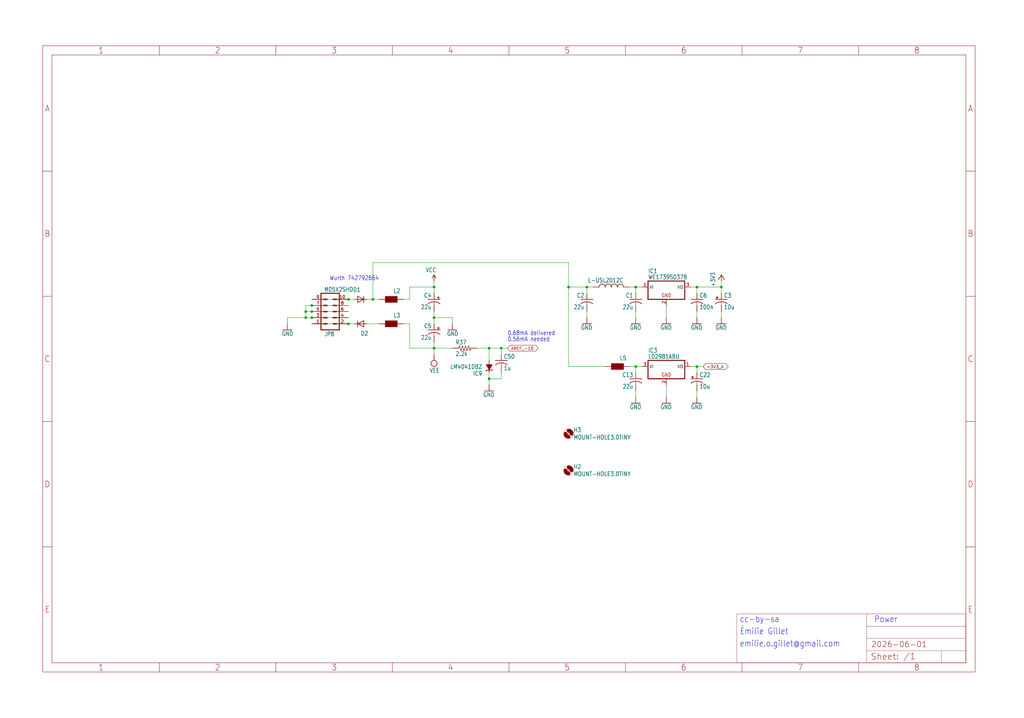
<source format=kicad_sch>
(kicad_sch (version 20230121) (generator eeschema)
  (paper "User" 425.45 298.45)
  (lib_symbols
    (symbol "plaits_v50-eagle-import:+3V3" (power)
      (property "Value" "+3V3" (at -2.54 -5.08 90))
      (symbol "+3V3_1_0"
        (polyline (pts (xy 0 0) (xy -1.27 -1.905)) (stroke (width 0.254)))
        (polyline (pts (xy 1.27 -1.905) (xy 0 0)) (stroke (width 0.254)))
        (pin power_in line (at 0 -2.54 90) (length 2.54) (name "+3V3") (number "1"))
      )
    )
    (symbol "plaits_v50-eagle-import:A3L-LOC"
      (symbol "A3L-LOC_1_0"
        (polyline (pts (xy 0 52.07) (xy 3.81 52.07)))
        (polyline (pts (xy 0 104.14) (xy 3.81 104.14)))
        (polyline (pts (xy 0 156.21) (xy 3.81 156.21)))
        (polyline (pts (xy 0 208.28) (xy 3.81 208.28)))
        (polyline (pts (xy 3.81 3.81) (xy 3.81 256.54)))
        (polyline (pts (xy 48.4188 0) (xy 48.4188 3.81)))
        (polyline (pts (xy 48.4188 256.54) (xy 48.4188 260.35)))
        (polyline (pts (xy 96.8375 0) (xy 96.8375 3.81)))
        (polyline (pts (xy 96.8375 256.54) (xy 96.8375 260.35)))
        (polyline (pts (xy 145.2563 0) (xy 145.2563 3.81)))
        (polyline (pts (xy 145.2563 256.54) (xy 145.2563 260.35)))
        (polyline (pts (xy 193.675 0) (xy 193.675 3.81)))
        (polyline (pts (xy 193.675 256.54) (xy 193.675 260.35)))
        (polyline (pts (xy 242.0938 0) (xy 242.0938 3.81)))
        (polyline (pts (xy 242.0938 256.54) (xy 242.0938 260.35)))
        (polyline (pts (xy 288.29 3.81) (xy 288.29 24.13)) (stroke (width 0.1016)))
        (polyline (pts (xy 288.29 3.81) (xy 342.265 3.81)) (stroke (width 0.1016)))
        (polyline (pts (xy 288.29 24.13) (xy 342.265 24.13)) (stroke (width 0.1016)))
        (polyline (pts (xy 290.5125 0) (xy 290.5125 3.81)))
        (polyline (pts (xy 290.5125 256.54) (xy 290.5125 260.35)))
        (polyline (pts (xy 338.9313 0) (xy 338.9313 3.81)))
        (polyline (pts (xy 338.9313 256.54) (xy 338.9313 260.35)))
        (polyline (pts (xy 342.265 3.81) (xy 373.38 3.81)) (stroke (width 0.1016)))
        (polyline (pts (xy 342.265 8.89) (xy 342.265 3.81)) (stroke (width 0.1016)))
        (polyline (pts (xy 342.265 8.89) (xy 342.265 13.97)) (stroke (width 0.1016)))
        (polyline (pts (xy 342.265 13.97) (xy 342.265 19.05)) (stroke (width 0.1016)))
        (polyline (pts (xy 342.265 13.97) (xy 383.54 13.97)) (stroke (width 0.1016)))
        (polyline (pts (xy 342.265 19.05) (xy 342.265 24.13)) (stroke (width 0.1016)))
        (polyline (pts (xy 342.265 19.05) (xy 383.54 19.05)) (stroke (width 0.1016)))
        (polyline (pts (xy 342.265 24.13) (xy 383.54 24.13)) (stroke (width 0.1016)))
        (polyline (pts (xy 373.38 3.81) (xy 373.38 8.89)) (stroke (width 0.1016)))
        (polyline (pts (xy 373.38 3.81) (xy 383.54 3.81)) (stroke (width 0.1016)))
        (polyline (pts (xy 373.38 8.89) (xy 342.265 8.89)) (stroke (width 0.1016)))
        (polyline (pts (xy 373.38 8.89) (xy 383.54 8.89)) (stroke (width 0.1016)))
        (polyline (pts (xy 383.54 3.81) (xy 3.81 3.81)))
        (polyline (pts (xy 383.54 3.81) (xy 383.54 8.89)) (stroke (width 0.1016)))
        (polyline (pts (xy 383.54 3.81) (xy 383.54 256.54)))
        (polyline (pts (xy 383.54 8.89) (xy 383.54 13.97)) (stroke (width 0.1016)))
        (polyline (pts (xy 383.54 13.97) (xy 383.54 19.05)) (stroke (width 0.1016)))
        (polyline (pts (xy 383.54 19.05) (xy 383.54 24.13)) (stroke (width 0.1016)))
        (polyline (pts (xy 383.54 52.07) (xy 387.35 52.07)))
        (polyline (pts (xy 383.54 104.14) (xy 387.35 104.14)))
        (polyline (pts (xy 383.54 156.21) (xy 387.35 156.21)))
        (polyline (pts (xy 383.54 208.28) (xy 387.35 208.28)))
        (polyline (pts (xy 383.54 256.54) (xy 3.81 256.54)))
        (polyline (pts (xy 0 0) (xy 387.35 0) (xy 387.35 260.35) (xy 0 260.35) (xy 0 0)))
        (text "${#}/${##}" (at 357.505 5.08 0) (effects (font (size 2.54 2.54)) (justify left bottom)))
        (text "${CURRENT_DATE}" (at 344.17 10.16 0) (effects (font (size 2.286 2.286)) (justify left bottom)))
        (text "${PROJECTNAME}" (at 344.17 15.24 0) (effects (font (size 2.54 2.54)) (justify left bottom)))
        (text "1" (at 24.2094 1.905 0) (effects (font (size 2.54 2.286))))
        (text "1" (at 24.2094 258.445 0) (effects (font (size 2.54 2.286))))
        (text "2" (at 72.6281 1.905 0) (effects (font (size 2.54 2.286))))
        (text "2" (at 72.6281 258.445 0) (effects (font (size 2.54 2.286))))
        (text "3" (at 121.0469 1.905 0) (effects (font (size 2.54 2.286))))
        (text "3" (at 121.0469 258.445 0) (effects (font (size 2.54 2.286))))
        (text "4" (at 169.4656 1.905 0) (effects (font (size 2.54 2.286))))
        (text "4" (at 169.4656 258.445 0) (effects (font (size 2.54 2.286))))
        (text "5" (at 217.8844 1.905 0) (effects (font (size 2.54 2.286))))
        (text "5" (at 217.8844 258.445 0) (effects (font (size 2.54 2.286))))
        (text "6" (at 266.3031 1.905 0) (effects (font (size 2.54 2.286))))
        (text "6" (at 266.3031 258.445 0) (effects (font (size 2.54 2.286))))
        (text "7" (at 314.7219 1.905 0) (effects (font (size 2.54 2.286))))
        (text "7" (at 314.7219 258.445 0) (effects (font (size 2.54 2.286))))
        (text "8" (at 363.1406 1.905 0) (effects (font (size 2.54 2.286))))
        (text "8" (at 363.1406 258.445 0) (effects (font (size 2.54 2.286))))
        (text "A" (at 1.905 234.315 0) (effects (font (size 2.54 2.286))))
        (text "A" (at 385.445 234.315 0) (effects (font (size 2.54 2.286))))
        (text "B" (at 1.905 182.245 0) (effects (font (size 2.54 2.286))))
        (text "B" (at 385.445 182.245 0) (effects (font (size 2.54 2.286))))
        (text "C" (at 1.905 130.175 0) (effects (font (size 2.54 2.286))))
        (text "C" (at 385.445 130.175 0) (effects (font (size 2.54 2.286))))
        (text "D" (at 1.905 78.105 0) (effects (font (size 2.54 2.286))))
        (text "D" (at 385.445 78.105 0) (effects (font (size 2.54 2.286))))
        (text "E" (at 1.905 26.035 0) (effects (font (size 2.54 2.286))))
        (text "E" (at 385.445 26.035 0) (effects (font (size 2.54 2.286))))
        (text "Sheet:" (at 343.916 4.953 0) (effects (font (size 2.54 2.54)) (justify left bottom)))
      )
    )
    (symbol "plaits_v50-eagle-import:C-USC0402"
      (property "Reference" "C" (at 1.016 0.635 0))
      (symbol "C-USC0402_1_0"
        (arc (start 0 -1.0161) (mid -1.302 -1.2303) (end -2.4668 -1.8504) (stroke (width 0.254)))
        (polyline (pts (xy -2.54 0) (xy 2.54 0)) (stroke (width 0.254)))
        (polyline (pts (xy 0 -1.016) (xy 0 -2.54)) (stroke (width 0.1524)))
        (arc (start 2.4892 -1.8541) (mid 1.3158 -1.2194) (end 0 -1) (stroke (width 0.254)))
        (pin passive line (at 0 2.54 270) (length 2.54) (name "1") (number "1"))
        (pin passive line (at 0 -5.08 90) (length 2.54) (name "2") (number "2"))
      )
    )
    (symbol "plaits_v50-eagle-import:C-USC1206"
      (property "Reference" "C" (at 1.016 0.635 0))
      (symbol "C-USC1206_1_0"
        (arc (start 0 -1.0161) (mid -1.302 -1.2303) (end -2.4668 -1.8504) (stroke (width 0.254)))
        (polyline (pts (xy -2.54 0) (xy 2.54 0)) (stroke (width 0.254)))
        (polyline (pts (xy 0 -1.016) (xy 0 -2.54)) (stroke (width 0.1524)))
        (arc (start 2.4892 -1.8541) (mid 1.3158 -1.2194) (end 0 -1) (stroke (width 0.254)))
        (pin passive line (at 0 2.54 270) (length 2.54) (name "1") (number "1"))
        (pin passive line (at 0 -5.08 90) (length 2.54) (name "2") (number "2"))
      )
    )
    (symbol "plaits_v50-eagle-import:CPOL-USA"
      (property "Reference" "C" (at 1.016 0.635 0))
      (symbol "CPOL-USA_1_0"
        (rectangle (start -2.253 0.668) (end -1.364 0.795) (fill (type outline)))
        (rectangle (start -1.872 0.287) (end -1.745 1.176) (fill (type outline)))
        (arc (start 0 -1.0161) (mid -1.3021 -1.2303) (end -2.4669 -1.8504) (stroke (width 0.254)))
        (polyline (pts (xy -2.54 0) (xy 2.54 0)) (stroke (width 0.254)))
        (polyline (pts (xy 0 -1.016) (xy 0 -2.54)) (stroke (width 0.1524)))
        (arc (start 2.4892 -1.8541) (mid 1.3158 -1.2194) (end 0 -1) (stroke (width 0.254)))
        (pin passive line (at 0 2.54 270) (length 2.54) (name "+") (number "+"))
        (pin passive line (at 0 -5.08 90) (length 2.54) (name "-") (number "-"))
      )
    )
    (symbol "plaits_v50-eagle-import:CPOL-USB"
      (property "Reference" "C" (at 1.016 0.635 0))
      (symbol "CPOL-USB_1_0"
        (rectangle (start -2.253 0.668) (end -1.364 0.795) (fill (type outline)))
        (rectangle (start -1.872 0.287) (end -1.745 1.176) (fill (type outline)))
        (arc (start 0 -1.0161) (mid -1.3021 -1.2303) (end -2.4669 -1.8504) (stroke (width 0.254)))
        (polyline (pts (xy -2.54 0) (xy 2.54 0)) (stroke (width 0.254)))
        (polyline (pts (xy 0 -1.016) (xy 0 -2.54)) (stroke (width 0.1524)))
        (arc (start 2.4892 -1.8541) (mid 1.3158 -1.2194) (end 0 -1) (stroke (width 0.254)))
        (pin passive line (at 0 2.54 270) (length 2.54) (name "+") (number "+"))
        (pin passive line (at 0 -5.08 90) (length 2.54) (name "-") (number "-"))
      )
    )
    (symbol "plaits_v50-eagle-import:DIODE-SOD123"
      (property "Reference" "D" (at 2.54 0.4826 0))
      (symbol "DIODE-SOD123_1_0"
        (polyline (pts (xy -1.27 -1.27) (xy 1.27 0)) (stroke (width 0.254)))
        (polyline (pts (xy -1.27 1.27) (xy -1.27 -1.27)) (stroke (width 0.254)))
        (polyline (pts (xy 1.27 0) (xy -1.27 1.27)) (stroke (width 0.254)))
        (polyline (pts (xy 1.27 0) (xy 1.27 -1.27)) (stroke (width 0.254)))
        (polyline (pts (xy 1.27 1.27) (xy 1.27 0)) (stroke (width 0.254)))
        (pin passive line (at -2.54 0 0) (length 2.54) (name "A") (number "A"))
        (pin passive line (at 2.54 0 180) (length 2.54) (name "C") (number "C"))
      )
    )
    (symbol "plaits_v50-eagle-import:GND" (power)
      (property "Value" "GND" (at -2.54 -2.54 0))
      (symbol "GND_1_0"
        (polyline (pts (xy -1.905 0) (xy 1.905 0)) (stroke (width 0.254)))
        (pin power_in line (at 0 2.54 270) (length 2.54) (name "GND") (number "1"))
      )
    )
    (symbol "plaits_v50-eagle-import:L-USL2012C"
      (symbol "L-USL2012C_1_0"
        (arc (start 0 -5.08) (mid 0.898 -4.708) (end 1.27 -3.81) (stroke (width 0.254)))
        (arc (start 0 -2.54) (mid 0.898 -2.168) (end 1.27 -1.27) (stroke (width 0.254)))
        (arc (start 0 0) (mid 0.898 0.372) (end 1.27 1.27) (stroke (width 0.254)))
        (arc (start 0 2.54) (mid 0.898 2.912) (end 1.27 3.81) (stroke (width 0.254)))
        (arc (start 1.27 -3.81) (mid 0.898 -2.912) (end 0 -2.54) (stroke (width 0.254)))
        (arc (start 1.27 -1.27) (mid 0.898 -0.372) (end 0 0) (stroke (width 0.254)))
        (arc (start 1.27 1.27) (mid 0.898 2.168) (end 0 2.54) (stroke (width 0.254)))
        (arc (start 1.27 3.81) (mid 0.898 4.708) (end 0 5.08) (stroke (width 0.254)))
        (pin passive line (at 0 7.62 270) (length 2.54) (name "1") (number "1"))
        (pin passive line (at 0 -7.62 90) (length 2.54) (name "2") (number "2"))
      )
    )
    (symbol "plaits_v50-eagle-import:LD2981ABU"
      (property "Reference" "IC" (at -7.62 5.715 0))
      (symbol "LD2981ABU_1_0"
        (polyline (pts (xy -7.62 -5.08) (xy 7.62 -5.08)) (stroke (width 0.4064)))
        (polyline (pts (xy -7.62 2.54) (xy -7.62 -5.08)) (stroke (width 0.4064)))
        (polyline (pts (xy 7.62 -5.08) (xy 7.62 2.54)) (stroke (width 0.4064)))
        (polyline (pts (xy 7.62 2.54) (xy -7.62 2.54)) (stroke (width 0.4064)))
        (text "GND" (at -2.032 -4.318 0) (effects (font (size 1.524 1.2954)) (justify left bottom)))
        (pin passive line (at 10.16 0 180) (length 2.54) (name "VO") (number "1"))
        (pin passive line (at 0 -7.62 90) (length 2.54) (name "GND") (number "2"))
        (pin input line (at -10.16 0 0) (length 2.54) (name "VI") (number "3"))
      )
    )
    (symbol "plaits_v50-eagle-import:LM4041DBZ"
      (property "Reference" "IC" (at 2.794 1.905 0))
      (symbol "LM4041DBZ_1_0"
        (polyline (pts (xy -1.27 1.524) (xy -1.27 1.143)) (stroke (width 0.254)))
        (polyline (pts (xy 0 1.524) (xy -1.27 1.524)) (stroke (width 0.254)))
        (polyline (pts (xy 1.27 1.524) (xy 0 1.524)) (stroke (width 0.254)))
        (polyline (pts (xy 1.27 1.905) (xy 1.27 1.524)) (stroke (width 0.254)))
        (polyline (pts (xy 0 1.524) (xy -1.27 -0.762) (xy 1.27 -0.762)) (stroke (width 0.254)) (fill (type outline)))
        (pin passive line (at 0 2.54 270) (length 2.54) (name "C") (number "1"))
        (pin passive line (at 0 -2.54 90) (length 2.54) (name "A") (number "2"))
      )
    )
    (symbol "plaits_v50-eagle-import:M05X2SHD"
      (property "Reference" "JP" (at -2.54 8.382 0))
      (symbol "M05X2SHD_1_0"
        (polyline (pts (xy -3.81 7.62) (xy -3.81 -7.62)) (stroke (width 0.4064)))
        (polyline (pts (xy -3.81 7.62) (xy 3.81 7.62)) (stroke (width 0.4064)))
        (polyline (pts (xy -1.27 -5.08) (xy -2.54 -5.08)) (stroke (width 0.6096)))
        (polyline (pts (xy -1.27 -2.54) (xy -2.54 -2.54)) (stroke (width 0.6096)))
        (polyline (pts (xy -1.27 0) (xy -2.54 0)) (stroke (width 0.6096)))
        (polyline (pts (xy -1.27 2.54) (xy -2.54 2.54)) (stroke (width 0.6096)))
        (polyline (pts (xy -1.27 5.08) (xy -2.54 5.08)) (stroke (width 0.6096)))
        (polyline (pts (xy 1.27 -5.08) (xy 2.54 -5.08)) (stroke (width 0.6096)))
        (polyline (pts (xy 1.27 -2.54) (xy 2.54 -2.54)) (stroke (width 0.6096)))
        (polyline (pts (xy 1.27 0) (xy 2.54 0)) (stroke (width 0.6096)))
        (polyline (pts (xy 1.27 2.54) (xy 2.54 2.54)) (stroke (width 0.6096)))
        (polyline (pts (xy 1.27 5.08) (xy 2.54 5.08)) (stroke (width 0.6096)))
        (polyline (pts (xy 3.81 -7.62) (xy -3.81 -7.62)) (stroke (width 0.4064)))
        (polyline (pts (xy 3.81 -7.62) (xy 3.81 7.62)) (stroke (width 0.4064)))
        (pin passive line (at -7.62 5.08 0) (length 5.08) (name "1") (number "1"))
        (pin passive line (at 7.62 -5.08 180) (length 5.08) (name "10") (number "10"))
        (pin passive line (at 7.62 5.08 180) (length 5.08) (name "2") (number "2"))
        (pin passive line (at -7.62 2.54 0) (length 5.08) (name "3") (number "3"))
        (pin passive line (at 7.62 2.54 180) (length 5.08) (name "4") (number "4"))
        (pin passive line (at -7.62 0 0) (length 5.08) (name "5") (number "5"))
        (pin passive line (at 7.62 0 180) (length 5.08) (name "6") (number "6"))
        (pin passive line (at -7.62 -2.54 0) (length 5.08) (name "7") (number "7"))
        (pin passive line (at 7.62 -2.54 180) (length 5.08) (name "8") (number "8"))
        (pin passive line (at -7.62 -5.08 0) (length 5.08) (name "9") (number "9"))
      )
    )
    (symbol "plaits_v50-eagle-import:MOUNT-HOLE3.0TINY"
      (property "Reference" "H" (at 2.032 0.5842 0))
      (symbol "MOUNT-HOLE3.0TINY_1_0"
        (arc (start -1.27 0) (mid -0.898 -0.898) (end 0 -1.27) (stroke (width 1.524)))
        (polyline (pts (xy -0.508 0) (xy 0.508 0)) (stroke (width 0.0508)))
        (polyline (pts (xy 0 0.508) (xy 0 -0.508)) (stroke (width 0.0508)))
        (circle (center 0 0) (radius 0.508) (stroke (width 0.0508)))
        (circle (center 0 0) (radius 2.032) (stroke (width 0.0508)))
        (arc (start 1.27 0) (mid 0.898 0.898) (end 0 1.27) (stroke (width 1.524)))
      )
    )
    (symbol "plaits_v50-eagle-import:R-US_R0402"
      (property "Reference" "R" (at -3.81 1.4986 0))
      (symbol "R-US_R0402_1_0"
        (polyline (pts (xy -2.54 0) (xy -2.159 1.016)) (stroke (width 0.2032)))
        (polyline (pts (xy -2.159 1.016) (xy -1.524 -1.016)) (stroke (width 0.2032)))
        (polyline (pts (xy -1.524 -1.016) (xy -0.889 1.016)) (stroke (width 0.2032)))
        (polyline (pts (xy -0.889 1.016) (xy -0.254 -1.016)) (stroke (width 0.2032)))
        (polyline (pts (xy -0.254 -1.016) (xy 0.381 1.016)) (stroke (width 0.2032)))
        (polyline (pts (xy 0.381 1.016) (xy 1.016 -1.016)) (stroke (width 0.2032)))
        (polyline (pts (xy 1.016 -1.016) (xy 1.651 1.016)) (stroke (width 0.2032)))
        (polyline (pts (xy 1.651 1.016) (xy 2.286 -1.016)) (stroke (width 0.2032)))
        (polyline (pts (xy 2.286 -1.016) (xy 2.54 0)) (stroke (width 0.2032)))
        (pin passive line (at -5.08 0 0) (length 2.54) (name "1") (number "1"))
        (pin passive line (at 5.08 0 180) (length 2.54) (name "2") (number "2"))
      )
    )
    (symbol "plaits_v50-eagle-import:VCC" (power)
      (property "Value" "VCC" (at -1.016 3.556 0))
      (symbol "VCC_1_0"
        (polyline (pts (xy 0 2.54) (xy -0.762 1.27)) (stroke (width 0.254)))
        (polyline (pts (xy 0.762 1.27) (xy 0 2.54)) (stroke (width 0.254)))
        (pin power_in line (at 0 0 90) (length 2.54) (name "VCC") (number "1"))
      )
    )
    (symbol "plaits_v50-eagle-import:VEE" (power)
      (property "Value" "VEE" (at -1.905 3.175 0))
      (symbol "VEE_1_0"
        (circle (center 0 1.27) (radius 1.27) (stroke (width 0.254)))
        (pin power_in line (at 0 -2.54 90) (length 2.54) (name "VEE") (number "1"))
      )
    )
    (symbol "plaits_v50-eagle-import:WE-CBF_0603"
      (property "Reference" "L" (at -3.81 5.08 0))
      (symbol "WE-CBF_0603_1_0"
        (rectangle (start -2.54 1.27) (end 2.54 3.81) (fill (type outline)))
        (pin passive line (at -5.08 2.54 0) (length 2.54) (name "1") (number "1"))
        (pin passive line (at 5.08 2.54 180) (length 2.54) (name "2") (number "2"))
      )
    )
    (symbol "plaits_v50-eagle-import:WE173950378"
      (property "Reference" "IC" (at -7.62 5.715 0))
      (symbol "WE173950378_1_0"
        (polyline (pts (xy -7.62 -5.08) (xy 7.62 -5.08)) (stroke (width 0.4064)))
        (polyline (pts (xy -7.62 2.54) (xy -7.62 -5.08)) (stroke (width 0.4064)))
        (polyline (pts (xy 7.62 -5.08) (xy 7.62 2.54)) (stroke (width 0.4064)))
        (polyline (pts (xy 7.62 2.54) (xy -7.62 2.54)) (stroke (width 0.4064)))
        (text "GND" (at -2.032 -4.318 0) (effects (font (size 1.524 1.2954)) (justify left bottom)))
        (pin input line (at -10.16 0 0) (length 2.54) (name "VI") (number "1"))
        (pin passive line (at 0 -7.62 90) (length 2.54) (name "GND") (number "2"))
        (pin passive line (at 10.16 0 180) (length 2.54) (name "VO") (number "3"))
      )
    )
  )
  (junction (at 208.28 144.78))
  (junction (at 180.34 132.08))
  (junction (at 144.78 134.62))
  (junction (at 289.56 152.4))
  (junction (at 127 132.08))
  (junction (at 129.54 127))
  (junction (at 264.16 119.38))
  (junction (at 180.34 119.38))
  (junction (at 129.54 132.08))
  (junction (at 203.2 144.78))
  (junction (at 264.16 152.4))
  (junction (at 236.22 119.38))
  (junction (at 289.56 119.38))
  (junction (at 180.34 144.78))
  (junction (at 127 129.54))
  (junction (at 243.84 119.38))
  (junction (at 144.78 124.46))
  (junction (at 299.72 119.38))
  (junction (at 154.94 124.46))
  (junction (at 129.54 129.54))
  (junction (at 203.2 157.48))
  (wire (pts (xy 147.32 134.62) (xy 144.78 134.62)) (stroke (width 0.1524)))
  (wire (pts (xy 180.34 132.08) (xy 187.96 132.08)) (stroke (width 0.1524)))
  (wire (pts (xy 187.96 132.08) (xy 187.96 134.62)) (stroke (width 0.1524)))
  (wire (pts (xy 261.62 119.38) (xy 264.16 119.38)) (stroke (width 0.1524)))
  (wire (pts (xy 208.28 144.78) (xy 203.2 144.78)) (stroke (width 0.1524)))
  (wire (pts (xy 170.18 134.62) (xy 167.64 134.62)) (stroke (width 0.1524)))
  (wire (pts (xy 289.56 121.92) (xy 289.56 119.38)) (stroke (width 0.1524)))
  (wire (pts (xy 152.4 124.46) (xy 154.94 124.46)) (stroke (width 0.1524)))
  (wire (pts (xy 144.78 132.08) (xy 129.54 132.08)) (stroke (width 0.1524)))
  (wire (pts (xy 144.78 134.62) (xy 129.54 134.62)) (stroke (width 0.1524)))
  (wire (pts (xy 127 129.54) (xy 129.54 129.54)) (stroke (width 0.1524)))
  (wire (pts (xy 180.34 142.24) (xy 180.34 144.78)) (stroke (width 0.1524)))
  (wire (pts (xy 203.2 144.78) (xy 198.12 144.78)) (stroke (width 0.1524)))
  (wire (pts (xy 180.34 121.92) (xy 180.34 119.38)) (stroke (width 0.1524)))
  (wire (pts (xy 203.2 157.48) (xy 208.28 157.48)) (stroke (width 0.1524)))
  (wire (pts (xy 208.28 144.78) (xy 210.82 144.78)) (stroke (width 0.1524)))
  (wire (pts (xy 170.18 119.38) (xy 180.34 119.38)) (stroke (width 0.1524)))
  (wire (pts (xy 127 129.54) (xy 127 132.08)) (stroke (width 0.1524)))
  (wire (pts (xy 154.94 124.46) (xy 154.94 109.22)) (stroke (width 0.1524)))
  (wire (pts (xy 246.38 119.38) (xy 243.84 119.38)) (stroke (width 0.1524)))
  (wire (pts (xy 144.78 124.46) (xy 129.54 124.46)) (stroke (width 0.1524)))
  (wire (pts (xy 154.94 109.22) (xy 236.22 109.22)) (stroke (width 0.1524)))
  (wire (pts (xy 203.2 157.48) (xy 203.2 160.02)) (stroke (width 0.1524)))
  (wire (pts (xy 264.16 129.54) (xy 264.16 132.08)) (stroke (width 0.1524)))
  (wire (pts (xy 180.34 132.08) (xy 180.34 134.62)) (stroke (width 0.1524)))
  (wire (pts (xy 276.86 160.02) (xy 276.86 165.1)) (stroke (width 0.1524)))
  (wire (pts (xy 129.54 132.08) (xy 127 132.08)) (stroke (width 0.1524)))
  (wire (pts (xy 208.28 144.78) (xy 208.28 147.32)) (stroke (width 0.1524)))
  (wire (pts (xy 236.22 119.38) (xy 243.84 119.38)) (stroke (width 0.1524)))
  (wire (pts (xy 170.18 124.46) (xy 170.18 119.38)) (stroke (width 0.1524)))
  (wire (pts (xy 180.34 129.54) (xy 180.34 132.08)) (stroke (width 0.1524)))
  (wire (pts (xy 236.22 109.22) (xy 236.22 119.38)) (stroke (width 0.1524)))
  (wire (pts (xy 236.22 152.4) (xy 236.22 119.38)) (stroke (width 0.1524)))
  (wire (pts (xy 243.84 119.38) (xy 243.84 121.92)) (stroke (width 0.1524)))
  (wire (pts (xy 264.16 152.4) (xy 266.7 152.4)) (stroke (width 0.1524)))
  (wire (pts (xy 144.78 127) (xy 129.54 127)) (stroke (width 0.1524)))
  (wire (pts (xy 289.56 119.38) (xy 299.72 119.38)) (stroke (width 0.1524)))
  (wire (pts (xy 276.86 132.08) (xy 276.86 127)) (stroke (width 0.1524)))
  (wire (pts (xy 251.46 152.4) (xy 236.22 152.4)) (stroke (width 0.1524)))
  (wire (pts (xy 289.56 162.56) (xy 289.56 165.1)) (stroke (width 0.1524)))
  (wire (pts (xy 180.34 119.38) (xy 180.34 116.84)) (stroke (width 0.1524)))
  (wire (pts (xy 147.32 124.46) (xy 144.78 124.46)) (stroke (width 0.1524)))
  (wire (pts (xy 208.28 154.94) (xy 208.28 157.48)) (stroke (width 0.1524)))
  (wire (pts (xy 264.16 119.38) (xy 264.16 121.92)) (stroke (width 0.1524)))
  (wire (pts (xy 289.56 154.94) (xy 289.56 152.4)) (stroke (width 0.1524)))
  (wire (pts (xy 167.64 124.46) (xy 170.18 124.46)) (stroke (width 0.1524)))
  (wire (pts (xy 264.16 162.56) (xy 264.16 165.1)) (stroke (width 0.1524)))
  (wire (pts (xy 119.38 132.08) (xy 119.38 134.62)) (stroke (width 0.1524)))
  (wire (pts (xy 170.18 144.78) (xy 170.18 134.62)) (stroke (width 0.1524)))
  (wire (pts (xy 127 132.08) (xy 119.38 132.08)) (stroke (width 0.1524)))
  (wire (pts (xy 264.16 154.94) (xy 264.16 152.4)) (stroke (width 0.1524)))
  (wire (pts (xy 243.84 129.54) (xy 243.84 132.08)) (stroke (width 0.1524)))
  (wire (pts (xy 127 127) (xy 127 129.54)) (stroke (width 0.1524)))
  (wire (pts (xy 203.2 154.94) (xy 203.2 157.48)) (stroke (width 0.1524)))
  (wire (pts (xy 299.72 119.38) (xy 299.72 121.92)) (stroke (width 0.1524)))
  (wire (pts (xy 152.4 134.62) (xy 157.48 134.62)) (stroke (width 0.1524)))
  (wire (pts (xy 261.62 152.4) (xy 264.16 152.4)) (stroke (width 0.1524)))
  (wire (pts (xy 180.34 147.32) (xy 180.34 144.78)) (stroke (width 0.1524)))
  (wire (pts (xy 299.72 116.84) (xy 299.72 119.38)) (stroke (width 0.1524)))
  (wire (pts (xy 180.34 144.78) (xy 170.18 144.78)) (stroke (width 0.1524)))
  (wire (pts (xy 187.96 144.78) (xy 180.34 144.78)) (stroke (width 0.1524)))
  (wire (pts (xy 287.02 152.4) (xy 289.56 152.4)) (stroke (width 0.1524)))
  (wire (pts (xy 289.56 129.54) (xy 289.56 132.08)) (stroke (width 0.1524)))
  (wire (pts (xy 287.02 119.38) (xy 289.56 119.38)) (stroke (width 0.1524)))
  (wire (pts (xy 203.2 149.86) (xy 203.2 144.78)) (stroke (width 0.1524)))
  (wire (pts (xy 154.94 124.46) (xy 157.48 124.46)) (stroke (width 0.1524)))
  (wire (pts (xy 129.54 129.54) (xy 144.78 129.54)) (stroke (width 0.1524)))
  (wire (pts (xy 129.54 127) (xy 127 127)) (stroke (width 0.1524)))
  (wire (pts (xy 299.72 129.54) (xy 299.72 132.08)) (stroke (width 0.1524)))
  (wire (pts (xy 289.56 152.4) (xy 292.1 152.4)) (stroke (width 0.1524)))
  (wire (pts (xy 266.7 119.38) (xy 264.16 119.38)) (stroke (width 0.1524)))
  (text "emilie.o.gillet@gmail.com" (at 307.34 269.24 0) (effects (font (size 2.54 2.159)) (justify left bottom)))
  (text "Émilie Gillet" (at 307.34 264.16 0) (effects (font (size 2.54 2.159)) (justify left bottom)))
  (text "Wurth 742792664" (at 157.48 116.84 0) (effects (font (size 1.778 1.5113)) (justify right bottom)))
  (text "cc-by-sa" (at 307.34 259.08 0) (effects (font (size 2.54 2.159)) (justify left bottom)))
  (text "Power" (at 363.22 259.08 0) (effects (font (size 2.54 2.159)) (justify left bottom)))
  (text "0.68mA delivered" (at 210.82 139.7 0) (effects (font (size 1.778 1.5113)) (justify left bottom)))
  (text "0.56mA needed" (at 210.82 142.24 0) (effects (font (size 1.778 1.5113)) (justify left bottom)))
  (global_label "AREF_-10" (shape bidirectional) (at 210.82 144.78 0) (effects (font (size 1.2446 1.2446))) (property "Intersheetrefs" "${INTERSHEET_REFS}" (effects hide)))
  (global_label "+3V3_A" (shape bidirectional) (at 292.1 152.4 0) (effects (font (size 1.2446 1.2446))) (property "Intersheetrefs" "${INTERSHEET_REFS}" (effects hide)))
  (symbol (lib_id "plaits_v50-eagle-import:MOUNT-HOLE3.0TINY") (at 236.22 195.58 0) (unit 1)
    (property "Reference" "H2" (at 238.252 194.9958 0) (effects (font (size 1.778 1.5113)) (justify left bottom)))
    (property "Value" "MOUNT-HOLE3.0TINY" (at 238.252 198.0438 0) (effects (font (size 1.778 1.5113)) (justify left bottom)))
    (property "Footprint" "plaits_v50:3,0TINY" (effects hide))
  )
  (symbol (lib_id "plaits_v50-eagle-import:MOUNT-HOLE3.0TINY") (at 236.22 180.34 0) (unit 1)
    (property "Reference" "H3" (at 238.252 179.7558 0) (effects (font (size 1.778 1.5113)) (justify left bottom)))
    (property "Value" "MOUNT-HOLE3.0TINY" (at 238.252 182.8038 0) (effects (font (size 1.778 1.5113)) (justify left bottom)))
    (property "Footprint" "plaits_v50:3,0TINY" (effects hide))
  )
  (symbol (lib_id "plaits_v50-eagle-import:C-USC0402") (at 208.28 149.86 0) (unit 1)
    (property "Reference" "C50" (at 209.296 149.225 0) (effects (font (size 1.778 1.5113)) (justify left bottom)))
    (property "Value" "1u" (at 209.296 154.051 0) (effects (font (size 1.778 1.5113)) (justify left bottom)))
    (property "Footprint" "plaits_v50:C0402" (effects hide))
  )
  (symbol (lib_id "plaits_v50-eagle-import:CPOL-USB") (at 180.34 124.46 0) (mirror y) (unit 1)
    (property "Reference" "C4" (at 179.324 123.825 0) (effects (font (size 1.778 1.5113)) (justify left bottom)))
    (property "Value" "22u" (at 179.324 128.651 0) (effects (font (size 1.778 1.5113)) (justify left bottom)))
    (property "Footprint" "plaits_v50:PANASONIC_B" (effects hide))
  )
  (symbol (lib_id "plaits_v50-eagle-import:GND") (at 276.86 134.62 0) (unit 1)
    (property "Reference" "#GND9" (effects hide))
    (property "Value" "GND" (at 274.32 137.16 0) (effects (font (size 1.778 1.5113)) (justify left bottom)))
  )
  (symbol (lib_id "plaits_v50-eagle-import:GND") (at 119.38 137.16 0) (mirror y) (unit 1)
    (property "Reference" "#GND6" (effects hide))
    (property "Value" "GND" (at 121.92 139.7 0) (effects (font (size 1.778 1.5113)) (justify left bottom)))
  )
  (symbol (lib_id "plaits_v50-eagle-import:GND") (at 243.84 134.62 0) (unit 1)
    (property "Reference" "#GND12" (effects hide))
    (property "Value" "GND" (at 241.3 137.16 0) (effects (font (size 1.778 1.5113)) (justify left bottom)))
  )
  (symbol (lib_id "plaits_v50-eagle-import:+3V3") (at 299.72 114.3 0) (unit 1)
    (property "Reference" "#+3V2" (effects hide))
    (property "Value" "+3V3" (at 297.18 119.38 90) (effects (font (size 1.778 1.5113)) (justify left bottom)))
  )
  (symbol (lib_id "plaits_v50-eagle-import:CPOL-USA") (at 299.72 124.46 0) (unit 1)
    (property "Reference" "C3" (at 300.736 123.825 0) (effects (font (size 1.778 1.5113)) (justify left bottom)))
    (property "Value" "10u" (at 300.736 128.651 0) (effects (font (size 1.778 1.5113)) (justify left bottom)))
    (property "Footprint" "plaits_v50:PANASONIC_A" (effects hide))
  )
  (symbol (lib_id "plaits_v50-eagle-import:VCC") (at 180.34 116.84 0) (mirror y) (unit 1)
    (property "Reference" "#P+1" (effects hide))
    (property "Value" "VCC" (at 181.356 113.284 0) (effects (font (size 1.778 1.5113)) (justify left bottom)))
  )
  (symbol (lib_id "plaits_v50-eagle-import:C-USC0402") (at 289.56 124.46 0) (unit 1)
    (property "Reference" "C6" (at 290.576 123.825 0) (effects (font (size 1.778 1.5113)) (justify left bottom)))
    (property "Value" "100n" (at 290.576 128.651 0) (effects (font (size 1.778 1.5113)) (justify left bottom)))
    (property "Footprint" "plaits_v50:C0402" (effects hide))
  )
  (symbol (lib_id "plaits_v50-eagle-import:GND") (at 203.2 162.56 0) (unit 1)
    (property "Reference" "#GND1" (effects hide))
    (property "Value" "GND" (at 200.66 165.1 0) (effects (font (size 1.778 1.5113)) (justify left bottom)))
  )
  (symbol (lib_id "plaits_v50-eagle-import:VEE") (at 180.34 149.86 0) (mirror x) (unit 1)
    (property "Reference" "#SUPPLY1" (effects hide))
    (property "Value" "VEE" (at 178.435 153.035 0) (effects (font (size 1.778 1.5113)) (justify left bottom)))
  )
  (symbol (lib_id "plaits_v50-eagle-import:LD2981ABU") (at 276.86 152.4 0) (unit 1)
    (property "Reference" "IC3" (at 269.24 146.685 0) (effects (font (size 1.778 1.5113)) (justify left bottom)))
    (property "Value" "LD2981ABU" (at 269.24 149.225 0) (effects (font (size 1.778 1.5113)) (justify left bottom)))
    (property "Footprint" "plaits_v50:SOT89" (effects hide))
  )
  (symbol (lib_id "plaits_v50-eagle-import:WE-CBF_0603") (at 162.56 137.16 0) (mirror y) (unit 1)
    (property "Reference" "L3" (at 166.37 132.08 0) (effects (font (size 1.778 1.5113)) (justify left bottom)))
    (property "Value" "WE-CBF_0603" (effects hide))
    (property "Footprint" "plaits_v50:0603" (effects hide))
  )
  (symbol (lib_id "plaits_v50-eagle-import:A3L-LOC") (at 17.78 279.4 0) (unit 1)
    (property "Reference" "#FRAME6" (effects hide))
    (property "Value" "A3L-LOC" (effects hide))
  )
  (symbol (lib_id "plaits_v50-eagle-import:GND") (at 276.86 167.64 0) (unit 1)
    (property "Reference" "#GND2" (effects hide))
    (property "Value" "GND" (at 274.32 170.18 0) (effects (font (size 1.778 1.5113)) (justify left bottom)))
  )
  (symbol (lib_id "plaits_v50-eagle-import:C-USC1206") (at 264.16 124.46 0) (mirror y) (unit 1)
    (property "Reference" "C1" (at 263.144 123.825 0) (effects (font (size 1.778 1.5113)) (justify left bottom)))
    (property "Value" "22u" (at 263.144 128.651 0) (effects (font (size 1.778 1.5113)) (justify left bottom)))
    (property "Footprint" "plaits_v50:C1206" (effects hide))
  )
  (symbol (lib_id "plaits_v50-eagle-import:WE-CBF_0603") (at 162.56 127 0) (mirror y) (unit 1)
    (property "Reference" "L2" (at 166.37 121.92 0) (effects (font (size 1.778 1.5113)) (justify left bottom)))
    (property "Value" "WE-CBF_0603" (effects hide))
    (property "Footprint" "plaits_v50:0603" (effects hide))
  )
  (symbol (lib_id "plaits_v50-eagle-import:GND") (at 289.56 134.62 0) (unit 1)
    (property "Reference" "#GND7" (effects hide))
    (property "Value" "GND" (at 287.02 137.16 0) (effects (font (size 1.778 1.5113)) (justify left bottom)))
  )
  (symbol (lib_id "plaits_v50-eagle-import:C-USC1206") (at 243.84 124.46 0) (mirror y) (unit 1)
    (property "Reference" "C2" (at 242.824 123.825 0) (effects (font (size 1.778 1.5113)) (justify left bottom)))
    (property "Value" "22u" (at 242.824 128.651 0) (effects (font (size 1.778 1.5113)) (justify left bottom)))
    (property "Footprint" "plaits_v50:C1206" (effects hide))
  )
  (symbol (lib_id "plaits_v50-eagle-import:DIODE-SOD123") (at 149.86 134.62 0) (mirror y) (unit 1)
    (property "Reference" "D2" (at 149.86 137.6426 0) (effects (font (size 1.778 1.5113)) (justify right top)))
    (property "Value" "1N5819HW" (effects hide))
    (property "Footprint" "plaits_v50:SOD123" (effects hide))
  )
  (symbol (lib_id "plaits_v50-eagle-import:GND") (at 264.16 167.64 0) (unit 1)
    (property "Reference" "#GND16" (effects hide))
    (property "Value" "GND" (at 261.62 170.18 0) (effects (font (size 1.778 1.5113)) (justify left bottom)))
  )
  (symbol (lib_id "plaits_v50-eagle-import:CPOL-USB") (at 180.34 137.16 0) (mirror y) (unit 1)
    (property "Reference" "C5" (at 179.324 136.525 0) (effects (font (size 1.778 1.5113)) (justify left bottom)))
    (property "Value" "22u" (at 179.324 141.351 0) (effects (font (size 1.778 1.5113)) (justify left bottom)))
    (property "Footprint" "plaits_v50:PANASONIC_B" (effects hide))
  )
  (symbol (lib_id "plaits_v50-eagle-import:GND") (at 264.16 134.62 0) (unit 1)
    (property "Reference" "#GND13" (effects hide))
    (property "Value" "GND" (at 261.62 137.16 0) (effects (font (size 1.778 1.5113)) (justify left bottom)))
  )
  (symbol (lib_id "plaits_v50-eagle-import:DIODE-SOD123") (at 149.86 124.46 0) (mirror x) (unit 1)
    (property "Reference" "D1" (at 149.86 121.4374 0) (effects (font (size 1.778 1.5113)) (justify right top)))
    (property "Value" "1N5819HW" (effects hide))
    (property "Footprint" "plaits_v50:SOD123" (effects hide))
  )
  (symbol (lib_id "plaits_v50-eagle-import:WE-CBF_0603") (at 256.54 154.94 0) (mirror y) (unit 1)
    (property "Reference" "L5" (at 260.35 149.86 0) (effects (font (size 1.778 1.5113)) (justify left bottom)))
    (property "Value" "WE-CBF_0603" (effects hide))
    (property "Footprint" "plaits_v50:0603" (effects hide))
  )
  (symbol (lib_id "plaits_v50-eagle-import:C-USC1206") (at 264.16 157.48 0) (mirror y) (unit 1)
    (property "Reference" "C13" (at 263.144 156.845 0) (effects (font (size 1.778 1.5113)) (justify left bottom)))
    (property "Value" "22u" (at 263.144 161.671 0) (effects (font (size 1.778 1.5113)) (justify left bottom)))
    (property "Footprint" "plaits_v50:C1206" (effects hide))
  )
  (symbol (lib_id "plaits_v50-eagle-import:L-USL2012C") (at 254 119.38 90) (unit 1)
    (property "Reference" "L1" (effects hide))
    (property "Value" "L-USL2012C" (at 259.08 115.57 90) (effects (font (size 1.778 1.5113)) (justify left bottom)))
    (property "Footprint" "plaits_v50:L2012C" (effects hide))
  )
  (symbol (lib_id "plaits_v50-eagle-import:R-US_R0402") (at 193.04 144.78 0) (unit 1)
    (property "Reference" "R37" (at 189.23 143.2814 0) (effects (font (size 1.778 1.5113)) (justify left bottom)))
    (property "Value" "2.2k" (at 189.23 148.082 0) (effects (font (size 1.778 1.5113)) (justify left bottom)))
    (property "Footprint" "plaits_v50:R0402" (effects hide))
  )
  (symbol (lib_id "plaits_v50-eagle-import:WE173950378") (at 276.86 119.38 0) (unit 1)
    (property "Reference" "IC1" (at 269.24 113.665 0) (effects (font (size 1.778 1.5113)) (justify left bottom)))
    (property "Value" "WE173950378" (at 269.24 116.205 0) (effects (font (size 1.778 1.5113)) (justify left bottom)))
    (property "Footprint" "plaits_v50:WE78" (effects hide))
  )
  (symbol (lib_id "plaits_v50-eagle-import:LM4041DBZ") (at 203.2 152.4 180) (unit 1)
    (property "Reference" "IC9" (at 200.406 154.305 0) (effects (font (size 1.778 1.5113)) (justify left bottom)))
    (property "Value" "LM4041DBZ" (at 200.406 151.511 0) (effects (font (size 1.778 1.5113)) (justify left bottom)))
    (property "Footprint" "plaits_v50:DBZ_R-PDSO-G3" (effects hide))
  )
  (symbol (lib_id "plaits_v50-eagle-import:GND") (at 289.56 167.64 0) (unit 1)
    (property "Reference" "#GND3" (effects hide))
    (property "Value" "GND" (at 287.02 170.18 0) (effects (font (size 1.778 1.5113)) (justify left bottom)))
  )
  (symbol (lib_id "plaits_v50-eagle-import:GND") (at 187.96 137.16 0) (mirror y) (unit 1)
    (property "Reference" "#GND24" (effects hide))
    (property "Value" "GND" (at 190.5 139.7 0) (effects (font (size 1.778 1.5113)) (justify left bottom)))
  )
  (symbol (lib_id "plaits_v50-eagle-import:M05X2SHD") (at 137.16 129.54 0) (mirror x) (unit 1)
    (property "Reference" "JP8" (at 134.62 137.922 0) (effects (font (size 1.778 1.5113)) (justify left bottom)))
    (property "Value" "M05X2SHD" (at 134.62 119.38 0) (effects (font (size 1.778 1.5113)) (justify left bottom)))
    (property "Footprint" "plaits_v50:2X5-SHROUDED" (effects hide))
  )
  (symbol (lib_id "plaits_v50-eagle-import:GND") (at 299.72 134.62 0) (unit 1)
    (property "Reference" "#GND11" (effects hide))
    (property "Value" "GND" (at 297.18 137.16 0) (effects (font (size 1.778 1.5113)) (justify left bottom)))
  )
  (symbol (lib_id "plaits_v50-eagle-import:CPOL-USA") (at 289.56 157.48 0) (unit 1)
    (property "Reference" "C22" (at 290.576 156.845 0) (effects (font (size 1.778 1.5113)) (justify left bottom)))
    (property "Value" "10u" (at 290.576 161.671 0) (effects (font (size 1.778 1.5113)) (justify left bottom)))
    (property "Footprint" "plaits_v50:PANASONIC_A" (effects hide))
  )
)
</source>
